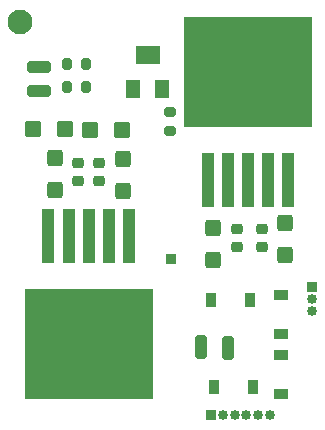
<source format=gbr>
%TF.GenerationSoftware,KiCad,Pcbnew,(6.0.5)*%
%TF.CreationDate,2022-07-20T13:20:04-04:00*%
%TF.ProjectId,torque_motor_design,746f7271-7565-45f6-9d6f-746f725f6465,rev?*%
%TF.SameCoordinates,Original*%
%TF.FileFunction,Soldermask,Top*%
%TF.FilePolarity,Negative*%
%FSLAX46Y46*%
G04 Gerber Fmt 4.6, Leading zero omitted, Abs format (unit mm)*
G04 Created by KiCad (PCBNEW (6.0.5)) date 2022-07-20 13:20:04*
%MOMM*%
%LPD*%
G01*
G04 APERTURE LIST*
G04 Aperture macros list*
%AMRoundRect*
0 Rectangle with rounded corners*
0 $1 Rounding radius*
0 $2 $3 $4 $5 $6 $7 $8 $9 X,Y pos of 4 corners*
0 Add a 4 corners polygon primitive as box body*
4,1,4,$2,$3,$4,$5,$6,$7,$8,$9,$2,$3,0*
0 Add four circle primitives for the rounded corners*
1,1,$1+$1,$2,$3*
1,1,$1+$1,$4,$5*
1,1,$1+$1,$6,$7*
1,1,$1+$1,$8,$9*
0 Add four rect primitives between the rounded corners*
20,1,$1+$1,$2,$3,$4,$5,0*
20,1,$1+$1,$4,$5,$6,$7,0*
20,1,$1+$1,$6,$7,$8,$9,0*
20,1,$1+$1,$8,$9,$2,$3,0*%
G04 Aperture macros list end*
%ADD10C,2.100000*%
%ADD11RoundRect,0.225000X0.250000X-0.225000X0.250000X0.225000X-0.250000X0.225000X-0.250000X-0.225000X0*%
%ADD12RoundRect,0.250000X0.425000X-0.450000X0.425000X0.450000X-0.425000X0.450000X-0.425000X-0.450000X0*%
%ADD13RoundRect,0.250000X-0.450000X-0.425000X0.450000X-0.425000X0.450000X0.425000X-0.450000X0.425000X0*%
%ADD14R,1.300000X1.600000*%
%ADD15R,2.000000X1.600000*%
%ADD16RoundRect,0.225000X-0.250000X0.225000X-0.250000X-0.225000X0.250000X-0.225000X0.250000X0.225000X0*%
%ADD17RoundRect,0.200000X0.200000X0.275000X-0.200000X0.275000X-0.200000X-0.275000X0.200000X-0.275000X0*%
%ADD18R,1.100000X4.600000*%
%ADD19R,10.800000X9.400000*%
%ADD20RoundRect,0.250000X0.250000X0.750000X-0.250000X0.750000X-0.250000X-0.750000X0.250000X-0.750000X0*%
%ADD21RoundRect,0.200000X-0.200000X-0.275000X0.200000X-0.275000X0.200000X0.275000X-0.200000X0.275000X0*%
%ADD22R,1.200000X0.900000*%
%ADD23RoundRect,0.250000X-0.425000X0.450000X-0.425000X-0.450000X0.425000X-0.450000X0.425000X0.450000X0*%
%ADD24R,0.900000X1.200000*%
%ADD25RoundRect,0.250000X0.750000X-0.250000X0.750000X0.250000X-0.750000X0.250000X-0.750000X-0.250000X0*%
%ADD26RoundRect,0.200000X-0.275000X0.200000X-0.275000X-0.200000X0.275000X-0.200000X0.275000X0.200000X0*%
%ADD27R,0.850000X0.850000*%
%ADD28O,0.850000X0.850000*%
G04 APERTURE END LIST*
D10*
%TO.C,mounting_hole*%
X174193200Y-36068000D03*
%TD*%
D11*
%TO.C,C8*%
X179070000Y-49543000D03*
X179070000Y-47993000D03*
%TD*%
D12*
%TO.C,C6*%
X177165000Y-50245000D03*
X177165000Y-47545000D03*
%TD*%
D13*
%TO.C,C10*%
X180112000Y-45178000D03*
X182812000Y-45178000D03*
%TD*%
D14*
%TO.C,RV1*%
X183742000Y-41718000D03*
D15*
X184992000Y-38818000D03*
D14*
X186242000Y-41718000D03*
%TD*%
D16*
%TO.C,C7*%
X194665600Y-53581000D03*
X194665600Y-55131000D03*
%TD*%
D17*
%TO.C,R6*%
X179793400Y-41503600D03*
X178143400Y-41503600D03*
%TD*%
D18*
%TO.C,U3*%
X190092000Y-49443000D03*
X191792000Y-49443000D03*
X193492000Y-49443000D03*
X195192000Y-49443000D03*
X196892000Y-49443000D03*
D19*
X193492000Y-40293000D03*
%TD*%
D20*
%TO.C,Motor+1*%
X191820800Y-63601600D03*
%TD*%
D16*
%TO.C,C5*%
X192532000Y-53581000D03*
X192532000Y-55131000D03*
%TD*%
D21*
%TO.C,R5*%
X178143400Y-39624000D03*
X179793400Y-39624000D03*
%TD*%
D22*
%TO.C,D7*%
X196242000Y-64268000D03*
X196242000Y-67568000D03*
%TD*%
D13*
%TO.C,C9*%
X175307000Y-45085000D03*
X178007000Y-45085000D03*
%TD*%
D18*
%TO.C,U2*%
X183392000Y-54193000D03*
X181692000Y-54193000D03*
X179992000Y-54193000D03*
X178292000Y-54193000D03*
X176592000Y-54193000D03*
D19*
X179992000Y-63343000D03*
%TD*%
D12*
%TO.C,C4*%
X190500000Y-56214000D03*
X190500000Y-53514000D03*
%TD*%
D23*
%TO.C,C12*%
X196646800Y-53056800D03*
X196646800Y-55756800D03*
%TD*%
D24*
%TO.C,D1*%
X190342000Y-59568000D03*
X193642000Y-59568000D03*
%TD*%
D25*
%TO.C,External_(-12V)1*%
X175798000Y-41862000D03*
%TD*%
%TO.C,External_(+12V)1*%
X175798000Y-39818000D03*
%TD*%
D20*
%TO.C,Motor-1*%
X189492000Y-63568000D03*
%TD*%
D26*
%TO.C,R1*%
X186892000Y-43643000D03*
X186892000Y-45293000D03*
%TD*%
D11*
%TO.C,C11*%
X180848000Y-49543000D03*
X180848000Y-47993000D03*
%TD*%
D22*
%TO.C,D5*%
X196292000Y-59168000D03*
X196292000Y-62468000D03*
%TD*%
D23*
%TO.C,C3*%
X182880000Y-47672000D03*
X182880000Y-50372000D03*
%TD*%
D24*
%TO.C,D6*%
X193877200Y-66903600D03*
X190577200Y-66903600D03*
%TD*%
D27*
%TO.C,header_2*%
X198932800Y-58486800D03*
D28*
X198932800Y-59486800D03*
X198932800Y-60486800D03*
%TD*%
D27*
%TO.C,Current_Sense*%
X186962000Y-56128000D03*
%TD*%
%TO.C,header*%
X190347600Y-69291200D03*
D28*
X191347600Y-69291200D03*
X192347600Y-69291200D03*
X193347600Y-69291200D03*
X194347600Y-69291200D03*
X195347600Y-69291200D03*
%TD*%
M02*

</source>
